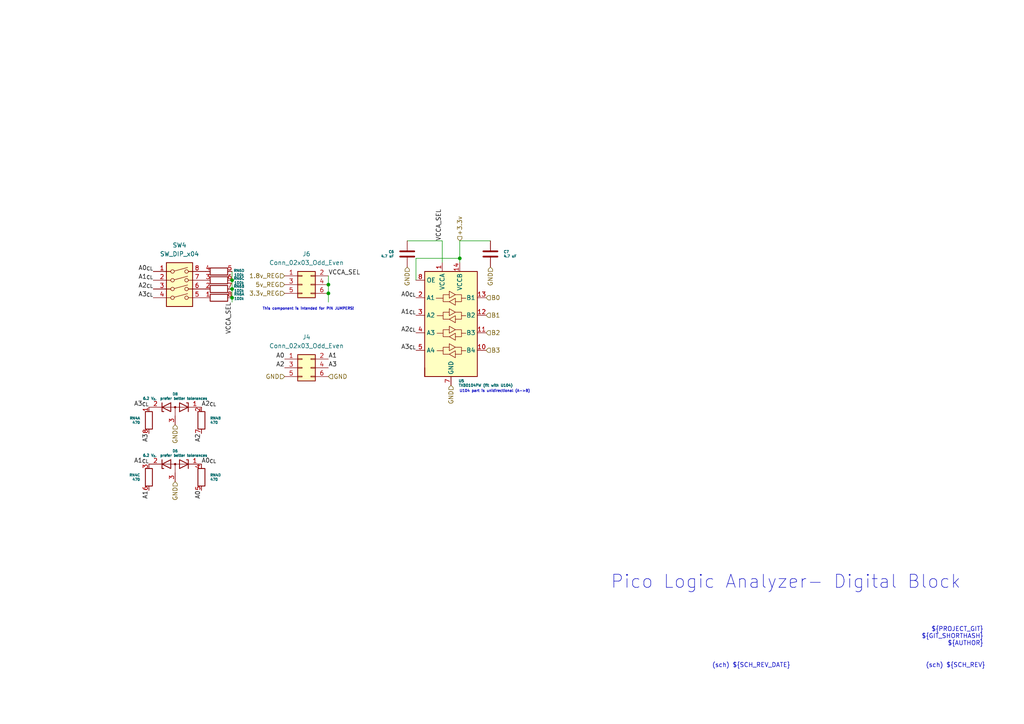
<source format=kicad_sch>
(kicad_sch (version 20250114) (generator "eeschema") (generator_version "9.0")
  (paper "A4")
  (lib_symbols
    (symbol "Connector_Generic:Conn_02x03_Odd_Even" (pin_names (offset 1.016) (hide yes))
      (property "Reference" "J" (at 1.27 5.08 0))
      (property "Value" "Conn_02x03_Odd_Even" (at 1.27 -5.08 0))
      (symbol "Conn_02x03_Odd_Even_1_1"
        (rectangle (start -1.27 3.81) (end 3.81 -3.81) (stroke (width 0.254)) (fill (type background)))
        (rectangle (start -1.27 2.667) (end 0 2.413) (stroke (width 0.1524)))
        (rectangle (start -1.27 0.127) (end 0 -0.127) (stroke (width 0.1524)))
        (rectangle (start -1.27 -2.413) (end 0 -2.667) (stroke (width 0.1524)))
        (rectangle (start 3.81 2.667) (end 2.54 2.413) (stroke (width 0.1524)))
        (rectangle (start 3.81 0.127) (end 2.54 -0.127) (stroke (width 0.1524)))
        (rectangle (start 3.81 -2.413) (end 2.54 -2.667) (stroke (width 0.1524)))
        (pin passive line (at -5.08 2.54 0) (length 3.81) (name "Pin_1") (number "1"))
        (pin passive line (at -5.08 0 0) (length 3.81) (name "Pin_3") (number "3"))
        (pin passive line (at -5.08 -2.54 0) (length 3.81) (name "Pin_5") (number "5"))
        (pin passive line (at 7.62 2.54 180) (length 3.81) (name "Pin_2") (number "2"))
        (pin passive line (at 7.62 0 180) (length 3.81) (name "Pin_4") (number "4"))
        (pin passive line (at 7.62 -2.54 180) (length 3.81) (name "Pin_6") (number "6"))
      )
    )
    (symbol "Device:C" (pin_numbers (hide yes)) (pin_names (offset 0.254))
      (property "Reference" "C" (at 0.635 2.54 0))
      (property "Value" "C" (at 0.635 -2.54 0))
      (symbol "C_0_1"
        (polyline (pts (xy -2.032 0.762) (xy 2.032 0.762)) (stroke (width 0.508)))
        (polyline (pts (xy -2.032 -0.762) (xy 2.032 -0.762)) (stroke (width 0.508)))
      )
      (symbol "C_1_1"
        (pin passive line (at 0 3.81 270) (length 2.794) (name "~") (number "1"))
        (pin passive line (at 0 -3.81 90) (length 2.794) (name "~") (number "2"))
      )
    )
    (symbol "Device:D_Zener_Dual_CommonAnode_KKA" (pin_names (offset 0.762) (hide yes))
      (property "Reference" "D" (at 1.27 -2.54 0))
      (property "Value" "D_Zener_Dual_CommonAnode_KKA" (at 0 2.54 0))
      (symbol "D_Zener_Dual_CommonAnode_KKA_0_1"
        (polyline (pts (xy -3.81 -1.27) (xy -3.81 1.27) (xy -3.302 1.27)) (stroke (width 0.254)))
        (polyline (pts (xy -3.556 0) (xy 3.81 0)))
        (polyline (pts (xy -1.27 -1.27) (xy -3.81 0) (xy -1.27 1.27) (xy -1.27 -1.27) (xy -1.27 -1.27) (xy -1.27 -1.27)) (stroke (width 0.254)))
        (circle (center 0 0) (radius 0.254) (fill (type outline)))
        (polyline (pts (xy 0 0) (xy 0 -2.54)))
        (polyline (pts (xy 1.27 1.27) (xy 3.81 0) (xy 1.27 -1.27) (xy 1.27 1.27) (xy 1.27 1.27) (xy 1.27 1.27)) (stroke (width 0.254)))
        (polyline (pts (xy 3.302 -1.27) (xy 3.81 -1.27) (xy 3.81 1.27)) (stroke (width 0.254)))
        (pin passive line (at -7.62 0 0) (length 3.81) (name "K") (number "1"))
        (pin passive line (at 0 -5.08 90) (length 2.54) (name "A") (number "3"))
        (pin passive line (at 7.62 0 180) (length 3.81) (name "K") (number "2"))
      )
    )
    (symbol "Device:R_Pack04_SIP_Split" (pin_names (offset 0) (hide yes))
      (property "Reference" "RN3" (at 2.54 1.2701 0))
      (property "Value" "R_Pack04_SIP_Split" (at 2.54 -1.2699 0))
      (symbol "R_Pack04_SIP_Split_0_1"
        (rectangle (start 1.016 2.54) (end -1.016 -2.54) (stroke (width 0.254)))
      )
      (symbol "R_Pack04_SIP_Split_1_1"
        (pin passive line (at 0 3.81 270) (length 1.27) (name "R1.2") (number "8"))
        (pin passive line (at 0 -3.81 90) (length 1.27) (name "R1.1") (number "1"))
      )
      (symbol "R_Pack04_SIP_Split_2_1"
        (pin passive line (at 0 3.81 270) (length 1.27) (name "R2.2") (number "7"))
        (pin passive line (at 0 -3.81 90) (length 1.27) (name "R2.1") (number "2"))
      )
      (symbol "R_Pack04_SIP_Split_3_1"
        (pin passive line (at 0 3.81 270) (length 1.27) (name "R3.2") (number "6"))
        (pin passive line (at 0 -3.81 90) (length 1.27) (name "R3.1") (number "3"))
      )
      (symbol "R_Pack04_SIP_Split_4_1"
        (pin passive line (at 0 3.81 270) (length 1.27) (name "R4.2") (number "5"))
        (pin passive line (at 0 -3.81 90) (length 1.27) (name "R4.1") (number "4"))
      )
    )
    (symbol "Logic_LevelTranslator:TXB0104PW"
      (property "Reference" "U" (at -6.35 16.51 0))
      (property "Value" "TXB0104PW" (at 3.81 16.51 0))
      (symbol "TXB0104PW_0_1"
        (rectangle (start -7.62 15.24) (end 7.62 -15.24) (stroke (width 0.254)) (fill (type background)))
        (rectangle (start -7.62 -15.24) (end -7.62 -12.7) (stroke (width 0.254)))
        (polyline (pts (xy -2.286 7.493) (xy -2.286 8.509) (xy -0.508 8.509)))
        (polyline (pts (xy -2.286 2.413) (xy -2.286 3.429) (xy -0.508 3.429)))
        (polyline (pts (xy -2.286 -2.667) (xy -2.286 -1.651) (xy -0.508 -1.651)))
        (polyline (pts (xy -2.286 -7.747) (xy -2.286 -6.731) (xy -0.508 -6.731)))
        (polyline (pts (xy -0.508 6.477) (xy 1.27 7.493) (xy 1.27 5.461) (xy -0.508 6.477)))
        (polyline (pts (xy -0.508 6.477) (xy -2.286 6.477) (xy -2.286 7.493) (xy -4.318 7.493)))
        (polyline (pts (xy -0.508 1.397) (xy -2.286 1.397) (xy -2.286 2.413) (xy -4.064 2.413)))
        (polyline (pts (xy -0.508 1.397) (xy 1.27 2.413) (xy 1.27 0.381) (xy -0.508 1.397)))
        (polyline (pts (xy -0.508 -3.683) (xy -2.286 -3.683) (xy -2.286 -2.667) (xy -4.064 -2.667)))
        (polyline (pts (xy -0.508 -3.683) (xy 1.27 -2.667) (xy 1.27 -4.699) (xy -0.508 -3.683)))
        (polyline (pts (xy -0.508 -8.763) (xy -2.286 -8.763) (xy -2.286 -7.747) (xy -4.064 -7.747)))
        (polyline (pts (xy -0.508 -8.763) (xy 1.27 -7.747) (xy 1.27 -9.779) (xy -0.508 -8.763)))
        (polyline (pts (xy 1.27 8.509) (xy -0.508 7.493) (xy -0.508 9.525) (xy 1.27 8.509)))
        (polyline (pts (xy 1.27 8.509) (xy 3.048 8.509) (xy 3.048 7.493) (xy 4.318 7.493)))
        (polyline (pts (xy 1.27 3.429) (xy 3.048 3.429) (xy 3.048 2.413) (xy 4.318 2.413)))
        (polyline (pts (xy 1.27 3.429) (xy -0.508 2.413) (xy -0.508 4.445) (xy 1.27 3.429)))
        (polyline (pts (xy 1.27 -1.651) (xy -0.508 -2.667) (xy -0.508 -0.635) (xy 1.27 -1.651)))
        (polyline (pts (xy 1.27 -1.651) (xy 3.048 -1.651) (xy 3.048 -2.667) (xy 4.318 -2.667)))
        (polyline (pts (xy 1.27 -6.731) (xy -0.508 -7.747) (xy -0.508 -5.715) (xy 1.27 -6.731)))
        (polyline (pts (xy 1.27 -6.731) (xy 3.048 -6.731) (xy 3.048 -7.747) (xy 4.318 -7.747)))
        (polyline (pts (xy 3.048 7.493) (xy 3.048 6.477) (xy 1.27 6.477)))
        (polyline (pts (xy 3.048 2.413) (xy 3.048 1.397) (xy 1.27 1.397)))
        (polyline (pts (xy 3.048 -2.667) (xy 3.048 -3.683) (xy 1.27 -3.683)))
        (polyline (pts (xy 3.048 -7.747) (xy 3.048 -8.763) (xy 1.27 -8.763)))
      )
      (symbol "TXB0104PW_1_1"
        (pin input line (at -10.16 12.7 0) (length 2.54) (name "OE") (number "8"))
        (pin bidirectional line (at -10.16 7.62 0) (length 2.54) (name "A1") (number "2"))
        (pin bidirectional line (at -10.16 2.54 0) (length 2.54) (name "A2") (number "3"))
        (pin bidirectional line (at -10.16 -2.54 0) (length 2.54) (name "A3") (number "4"))
        (pin bidirectional line (at -10.16 -7.62 0) (length 2.54) (name "A4") (number "5"))
        (pin no_connect line (at -7.62 -12.7 0) (length 2.54) (hide yes) (name "NC") (number "6"))
        (pin power_in line (at -2.54 17.78 270) (length 2.54) (name "VCCA") (number "1"))
        (pin power_in line (at 0 -17.78 90) (length 2.54) (name "GND") (number "7"))
        (pin power_in line (at 2.54 17.78 270) (length 2.54) (name "VCCB") (number "14"))
        (pin no_connect line (at 7.62 -12.7 180) (length 2.54) (hide yes) (name "NC") (number "9"))
        (pin bidirectional line (at 10.16 7.62 180) (length 2.54) (name "B1") (number "13"))
        (pin bidirectional line (at 10.16 2.54 180) (length 2.54) (name "B2") (number "12"))
        (pin bidirectional line (at 10.16 -2.54 180) (length 2.54) (name "B3") (number "11"))
        (pin bidirectional line (at 10.16 -7.62 180) (length 2.54) (name "B4") (number "10"))
      )
    )
    (symbol "R_Pack04_SIP_Split_1" (pin_names (offset 0) (hide yes))
      (property "Reference" "RN3" (at 2.54 1.2701 0))
      (property "Value" "R_Pack04_SIP_Split" (at 2.54 -1.2699 0))
      (symbol "R_Pack04_SIP_Split_1_0_1"
        (rectangle (start 1.016 2.54) (end -1.016 -2.54) (stroke (width 0.254)))
      )
      (symbol "R_Pack04_SIP_Split_1_1_1"
        (pin passive line (at 0 3.81 270) (length 1.27) (name "R1.2") (number "8"))
        (pin passive line (at 0 -3.81 90) (length 1.27) (name "R1.1") (number "1"))
      )
      (symbol "R_Pack04_SIP_Split_1_2_1"
        (pin passive line (at 0 3.81 270) (length 1.27) (name "R2.2") (number "7"))
        (pin passive line (at 0 -3.81 90) (length 1.27) (name "R2.1") (number "2"))
      )
      (symbol "R_Pack04_SIP_Split_1_3_1"
        (pin passive line (at 0 3.81 270) (length 1.27) (name "R3.2") (number "6"))
        (pin passive line (at 0 -3.81 90) (length 1.27) (name "R3.1") (number "3"))
      )
      (symbol "R_Pack04_SIP_Split_1_4_1"
        (pin passive line (at 0 3.81 270) (length 1.27) (name "R4.2") (number "5"))
        (pin passive line (at 0 -3.81 90) (length 1.27) (name "R4.1") (number "4"))
      )
    )
    (symbol "R_Pack04_SIP_Split_2" (pin_names (offset 0) (hide yes))
      (property "Reference" "RN3" (at 2.54 1.2701 0))
      (property "Value" "R_Pack04_SIP_Split" (at 2.54 -1.2699 0))
      (symbol "R_Pack04_SIP_Split_2_0_1"
        (rectangle (start 1.016 2.54) (end -1.016 -2.54) (stroke (width 0.254)))
      )
      (symbol "R_Pack04_SIP_Split_2_1_1"
        (pin passive line (at 0 3.81 270) (length 1.27) (name "R1.2") (number "8"))
        (pin passive line (at 0 -3.81 90) (length 1.27) (name "R1.1") (number "1"))
      )
      (symbol "R_Pack04_SIP_Split_2_2_1"
        (pin passive line (at 0 3.81 270) (length 1.27) (name "R2.2") (number "7"))
        (pin passive line (at 0 -3.81 90) (length 1.27) (name "R2.1") (number "2"))
      )
      (symbol "R_Pack04_SIP_Split_2_3_1"
        (pin passive line (at 0 3.81 270) (length 1.27) (name "R3.2") (number "6"))
        (pin passive line (at 0 -3.81 90) (length 1.27) (name "R3.1") (number "3"))
      )
      (symbol "R_Pack04_SIP_Split_2_4_1"
        (pin passive line (at 0 3.81 270) (length 1.27) (name "R4.2") (number "5"))
        (pin passive line (at 0 -3.81 90) (length 1.27) (name "R4.1") (number "4"))
      )
    )
    (symbol "R_Pack04_SIP_Split_3" (pin_names (offset 0) (hide yes))
      (property "Reference" "RN3" (at 2.54 1.2701 0))
      (property "Value" "R_Pack04_SIP_Split" (at 2.54 -1.2699 0))
      (symbol "R_Pack04_SIP_Split_3_0_1"
        (rectangle (start 1.016 2.54) (end -1.016 -2.54) (stroke (width 0.254)))
      )
      (symbol "R_Pack04_SIP_Split_3_1_1"
        (pin passive line (at 0 3.81 270) (length 1.27) (name "R1.2") (number "8"))
        (pin passive line (at 0 -3.81 90) (length 1.27) (name "R1.1") (number "1"))
      )
      (symbol "R_Pack04_SIP_Split_3_2_1"
        (pin passive line (at 0 3.81 270) (length 1.27) (name "R2.2") (number "7"))
        (pin passive line (at 0 -3.81 90) (length 1.27) (name "R2.1") (number "2"))
      )
      (symbol "R_Pack04_SIP_Split_3_3_1"
        (pin passive line (at 0 3.81 270) (length 1.27) (name "R3.2") (number "6"))
        (pin passive line (at 0 -3.81 90) (length 1.27) (name "R3.1") (number "3"))
      )
      (symbol "R_Pack04_SIP_Split_3_4_1"
        (pin passive line (at 0 3.81 270) (length 1.27) (name "R4.2") (number "5"))
        (pin passive line (at 0 -3.81 90) (length 1.27) (name "R4.1") (number "4"))
      )
    )
    (symbol "R_Pack04_SIP_Split_4" (pin_names (offset 0) (hide yes))
      (property "Reference" "RN4" (at -2.54 -0.6351 0))
      (property "Value" "470" (at -2.54 0.6349 0))
      (symbol "R_Pack04_SIP_Split_4_0_1"
        (rectangle (start 1.016 2.54) (end -1.016 -2.54) (stroke (width 0.254)))
      )
      (symbol "R_Pack04_SIP_Split_4_1_1"
        (pin passive line (at 0 3.81 270) (length 1.27) (name "R1.2") (number "8"))
        (pin passive line (at 0 -3.81 90) (length 1.27) (name "R1.1") (number "1"))
      )
      (symbol "R_Pack04_SIP_Split_4_2_1"
        (pin passive line (at 0 3.81 270) (length 1.27) (name "rR2.2") (number "7"))
        (pin passive line (at 0 -3.81 90) (length 1.27) (name "R2.1") (number "2"))
      )
      (symbol "R_Pack04_SIP_Split_4_3_1"
        (pin passive line (at 0 3.81 270) (length 1.27) (name "R3.2") (number "6"))
        (pin passive line (at 0 -3.81 90) (length 1.27) (name "R3.1") (number "3"))
      )
      (symbol "R_Pack04_SIP_Split_4_4_1"
        (pin passive line (at 0 3.81 270) (length 1.27) (name "R4.2") (number "5"))
        (pin passive line (at 0 -3.81 90) (length 1.27) (name "R4.1") (number "4"))
      )
    )
    (symbol "R_Pack04_SIP_Split_5" (pin_names (offset 0) (hide yes))
      (property "Reference" "RN4" (at -2.54 -0.6351 0))
      (property "Value" "470" (at -2.54 0.6349 0))
      (symbol "R_Pack04_SIP_Split_5_0_1"
        (rectangle (start 1.016 2.54) (end -1.016 -2.54) (stroke (width 0.254)))
      )
      (symbol "R_Pack04_SIP_Split_5_1_1"
        (pin passive line (at 0 3.81 270) (length 1.27) (name "R1.2") (number "8"))
        (pin passive line (at 0 -3.81 90) (length 1.27) (name "R1.1") (number "1"))
      )
      (symbol "R_Pack04_SIP_Split_5_2_1"
        (pin passive line (at 0 3.81 270) (length 1.27) (name "rR2.2") (number "7"))
        (pin passive line (at 0 -3.81 90) (length 1.27) (name "R2.1") (number "2"))
      )
      (symbol "R_Pack04_SIP_Split_5_3_1"
        (pin passive line (at 0 3.81 270) (length 1.27) (name "R3.2") (number "6"))
        (pin passive line (at 0 -3.81 90) (length 1.27) (name "R3.1") (number "3"))
      )
      (symbol "R_Pack04_SIP_Split_5_4_1"
        (pin passive line (at 0 3.81 270) (length 1.27) (name "R4.2") (number "5"))
        (pin passive line (at 0 -3.81 90) (length 1.27) (name "R4.1") (number "4"))
      )
    )
    (symbol "R_Pack04_SIP_Split_6" (pin_names (offset 0) (hide yes))
      (property "Reference" "RN4" (at -2.54 -0.6351 0))
      (property "Value" "470" (at -2.54 0.6349 0))
      (symbol "R_Pack04_SIP_Split_6_0_1"
        (rectangle (start 1.016 2.54) (end -1.016 -2.54) (stroke (width 0.254)))
      )
      (symbol "R_Pack04_SIP_Split_6_1_1"
        (pin passive line (at 0 3.81 270) (length 1.27) (name "R1.2") (number "8"))
        (pin passive line (at 0 -3.81 90) (length 1.27) (name "R1.1") (number "1"))
      )
      (symbol "R_Pack04_SIP_Split_6_2_1"
        (pin passive line (at 0 3.81 270) (length 1.27) (name "rR2.2") (number "7"))
        (pin passive line (at 0 -3.81 90) (length 1.27) (name "R2.1") (number "2"))
      )
      (symbol "R_Pack04_SIP_Split_6_3_1"
        (pin passive line (at 0 3.81 270) (length 1.27) (name "R3.2") (number "6"))
        (pin passive line (at 0 -3.81 90) (length 1.27) (name "R3.1") (number "3"))
      )
      (symbol "R_Pack04_SIP_Split_6_4_1"
        (pin passive line (at 0 3.81 270) (length 1.27) (name "R4.2") (number "5"))
        (pin passive line (at 0 -3.81 90) (length 1.27) (name "R4.1") (number "4"))
      )
    )
    (symbol "R_Pack04_SIP_Split_7" (pin_names (offset 0) (hide yes))
      (property "Reference" "RN4" (at -2.54 -0.6351 0))
      (property "Value" "470" (at -2.54 0.6349 0))
      (symbol "R_Pack04_SIP_Split_7_0_1"
        (rectangle (start 1.016 2.54) (end -1.016 -2.54) (stroke (width 0.254)))
      )
      (symbol "R_Pack04_SIP_Split_7_1_1"
        (pin passive line (at 0 3.81 270) (length 1.27) (name "R1.2") (number "8"))
        (pin passive line (at 0 -3.81 90) (length 1.27) (name "R1.1") (number "1"))
      )
      (symbol "R_Pack04_SIP_Split_7_2_1"
        (pin passive line (at 0 3.81 270) (length 1.27) (name "rR2.2") (number "7"))
        (pin passive line (at 0 -3.81 90) (length 1.27) (name "R2.1") (number "2"))
      )
      (symbol "R_Pack04_SIP_Split_7_3_1"
        (pin passive line (at 0 3.81 270) (length 1.27) (name "R3.2") (number "6"))
        (pin passive line (at 0 -3.81 90) (length 1.27) (name "R3.1") (number "3"))
      )
      (symbol "R_Pack04_SIP_Split_7_4_1"
        (pin passive line (at 0 3.81 270) (length 1.27) (name "R4.2") (number "5"))
        (pin passive line (at 0 -3.81 90) (length 1.27) (name "R4.1") (number "4"))
      )
    )
    (symbol "Switch:SW_DIP_x04" (pin_names (offset 0) (hide yes))
      (property "Reference" "SW" (at 0 8.89 0))
      (property "Value" "SW_DIP_x04" (at 0 -6.35 0))
      (symbol "SW_DIP_x04_0_0"
        (circle (center -2.032 5.08) (radius 0.508))
        (circle (center -2.032 2.54) (radius 0.508))
        (circle (center -2.032 0) (radius 0.508))
        (circle (center -2.032 -2.54) (radius 0.508))
        (polyline (pts (xy -1.524 5.207) (xy 2.3622 6.2484)))
        (polyline (pts (xy -1.524 2.667) (xy 2.3622 3.7084)))
        (polyline (pts (xy -1.524 0.127) (xy 2.3622 1.1684)))
        (polyline (pts (xy -1.524 -2.3876) (xy 2.3622 -1.3462)))
        (circle (center 2.032 5.08) (radius 0.508))
        (circle (center 2.032 2.54) (radius 0.508))
        (circle (center 2.032 0) (radius 0.508))
        (circle (center 2.032 -2.54) (radius 0.508))
      )
      (symbol "SW_DIP_x04_0_1"
        (rectangle (start -3.81 7.62) (end 3.81 -5.08) (stroke (width 0.254)) (fill (type background)))
      )
      (symbol "SW_DIP_x04_1_1"
        (pin passive line (at -7.62 5.08 0) (length 5.08) (name "~") (number "1"))
        (pin passive line (at -7.62 2.54 0) (length 5.08) (name "~") (number "2"))
        (pin passive line (at -7.62 0 0) (length 5.08) (name "~") (number "3"))
        (pin passive line (at -7.62 -2.54 0) (length 5.08) (name "~") (number "4"))
        (pin passive line (at 7.62 5.08 180) (length 5.08) (name "~") (number "8"))
        (pin passive line (at 7.62 2.54 180) (length 5.08) (name "~") (number "7"))
        (pin passive line (at 7.62 0 180) (length 5.08) (name "~") (number "6"))
        (pin passive line (at 7.62 -2.54 180) (length 5.08) (name "~") (number "5"))
      )
    )
  )
  (text "${PROJECTNAME}" (at 186.436 190.246 0) (effects (font (size 1.27 1.27)) (justify left bottom)))
  (text "${PROJECT_GIT}\n${GIT_SHORTHASH}\n${AUTHOR}" (at 285.242 181.864 0) (effects (font (size 1.27 1.27)) (justify right top)))
  (text "(sch) ${SCH_REV}" (at 268.478 193.802 0) (effects (font (size 1.27 1.27)) (justify left bottom)))
  (text "(sch) ${SCH_REV_DATE}" (at 206.502 193.802 0) (effects (font (size 1.27 1.27)) (justify left bottom)))
  (text "This component is intended for PIN JUMPERS!" (at 89.408 89.662 0) (effects (font (size 0.75 0.75))))
  (text "Pico Logic Analyzer- Digital Block" (at 177.038 166.624 0) (effects (font (size 3.81 3.81)) (justify left top)))
  (text "U104 part is unidirectional (A->B)" (at 143.51 113.538 0) (effects (font (size 0.75 0.75))))
  (junction (at 95.25 85.09))
  (junction (at 67.31 81.28))
  (junction (at 133.35 74.93))
  (junction (at 95.25 82.55))
  (junction (at 67.31 83.82))
  (junction (at 67.31 86.36))
  (wire (pts (xy 95.25 85.09) (xy 95.25 87.63)))
  (wire (pts (xy 128.27 69.85) (xy 128.27 76.2)))
  (wire (pts (xy 67.31 81.28) (xy 67.31 83.82)))
  (wire (pts (xy 133.35 69.85) (xy 142.24 69.85)))
  (wire (pts (xy 120.65 74.93) (xy 133.35 74.93)))
  (wire (pts (xy 133.35 69.85) (xy 133.35 74.93)))
  (wire (pts (xy 67.31 86.36) (xy 67.31 87.63)))
  (wire (pts (xy 120.65 81.28) (xy 120.65 74.93)))
  (wire (pts (xy 67.31 78.74) (xy 67.31 81.28)))
  (wire (pts (xy 95.25 80.01) (xy 95.25 82.55)))
  (wire (pts (xy 67.31 83.82) (xy 67.31 86.36)))
  (wire (pts (xy 133.35 74.93) (xy 133.35 76.2)))
  (wire (pts (xy 95.25 82.55) (xy 95.25 85.09)))
  (wire (pts (xy 118.11 69.85) (xy 128.27 69.85)))
  (label "VCCA_SEL" (at 95.25 80.01 0))
  (label "A2" (at 82.55 106.68 180))
  (label "A3" (at 95.25 106.68 0))
  (label "A0_{CL}" (at 120.65 86.36 180))
  (label "A1_{CL}" (at 120.65 91.44 180))
  (label "A2_{CL}" (at 120.65 96.52 180))
  (label "A1_{CL}" (at 43.18 134.62 180))
  (label "VCCA_SEL" (at 67.31 87.63 270))
  (label "A2_{CL}" (at 58.42 118.11 0))
  (label "A1_{CL}" (at 44.45 81.28 180))
  (label "A0" (at 58.42 142.24 270))
  (label "A2_{CL}" (at 44.45 83.82 180))
  (label "A2" (at 58.42 125.73 270))
  (label "A3_{CL}" (at 43.18 118.11 180))
  (label "A3_{CL}" (at 120.65 101.6 180))
  (label "A3" (at 43.18 125.73 270))
  (label "A0" (at 82.55 104.14 180))
  (label "A1" (at 95.25 104.14 0))
  (label "VCCA_SEL" (at 128.27 69.85 90))
  (label "A3_{CL}" (at 44.45 86.36 180))
  (label "A0_{CL}" (at 58.42 134.62 0))
  (label "A1" (at 43.18 142.24 270))
  (label "A0_{CL}" (at 44.45 78.74 180))
  (hierarchical_label "GND" (shape input) (at 95.25 109.22 0))
  (hierarchical_label "B0" (shape input) (at 140.97 86.36 0))
  (hierarchical_label "GND" (shape input) (at 82.55 109.22 180))
  (hierarchical_label "5v_REG" (shape input) (at 82.55 82.55 180))
  (hierarchical_label "B2" (shape input) (at 140.97 96.52 0))
  (hierarchical_label "B3" (shape input) (at 140.97 101.6 0))
  (hierarchical_label "3.3v_REG" (shape input) (at 82.55 85.09 180))
  (hierarchical_label "GND" (shape input) (at 50.8 123.19 270))
  (hierarchical_label "GND" (shape input) (at 142.24 77.47 270))
  (hierarchical_label "B1" (shape input) (at 140.97 91.44 0))
  (hierarchical_label "GND" (shape input) (at 118.11 77.47 270))
  (hierarchical_label "GND" (shape input) (at 50.8 139.7 270))
  (hierarchical_label "GND" (shape input) (at 130.81 111.76 270))
  (hierarchical_label "+3.3v" (shape input) (at 133.35 69.85 90))
  (hierarchical_label "1.8v_REG" (shape input) (at 82.55 80.01 180))
  (symbol (lib_name "R_Pack04_SIP_Split_1") (lib_id "Device:R_Pack04_SIP_Split") (at 63.5 81.28 270) (unit 3)
    (property "Reference" "RN3" (at 69.342 80.772 90) (effects (font (size 0.75 0.75))))
    (property "Value" "100k" (at 69.342 82.042 90) (effects (font (size 0.75 0.75))))
    (property "Footprint" "Resistor_SMD:R_Array_Convex_4x0402" (effects (hide yes)))
    (property "Datasheet" "http://www.vishay.com/docs/31509/csc.pdf" (effects (hide yes)))
    (property "Description" "4 resistor network, parallel topology, SIP package, split" (effects (hide yes)))
    (instances (project "" (path "" (reference "RN6") (unit 3)) (path "" (reference "RN1") (unit 3)) (path "" (reference "RN3") (unit 3))))
  )
  (symbol (lib_id "Connector_Generic:Conn_02x03_Odd_Even") (at 87.63 106.68 0) (unit 1)
    (property "Reference" "J7" (at 88.9 97.79 0))
    (property "Value" "Conn_02x03_Odd_Even" (at 88.9 100.33 0))
    (property "Footprint" "Connector_PinSocket_2.54mm:PinSocket_2x03_P2.54mm_Horizontal" (effects (hide yes)))
    (property "Description" "Generic connector, double row, 02x03, odd/even pin numbering scheme (row 1 odd numbers, row 2 even numbers), script generated (kicad-library-utils/schlib/autogen/connector/)" (effects (hide yes)))
    (instances (project "pico-logic-analyzer" (path "" (reference "J4") (unit 1)) (path "" (reference "J3") (unit 1)) (path "" (reference "J7") (unit 1))))
  )
  (symbol (lib_name "R_Pack04_SIP_Split_3") (lib_id "Device:R_Pack04_SIP_Split") (at 63.5 83.82 270) (unit 2)
    (property "Reference" "RN3" (at 69.342 83.058 90) (effects (font (size 0.75 0.75))))
    (property "Value" "100k" (at 69.342 84.328 90) (effects (font (size 0.75 0.75))))
    (property "Footprint" "Resistor_SMD:R_Array_Convex_4x0402" (effects (hide yes)))
    (property "Datasheet" "http://www.vishay.com/docs/31509/csc.pdf" (effects (hide yes)))
    (property "Description" "4 resistor network, parallel topology, SIP package, split" (effects (hide yes)))
    (instances (project "" (path "" (reference "RN6") (unit 2)) (path "" (reference "RN1") (unit 2)) (path "" (reference "RN3") (unit 2))))
  )
  (symbol (lib_id "Device:C") (at 118.11 73.66 0) (mirror x) (unit 1)
    (property "Reference" "C9" (at 114.3 73.0249 0) (effects (font (size 0.75 0.75)) (justify right)))
    (property "Value" "4.7 uF" (at 114.3 74.2949 0) (effects (font (size 0.75 0.75)) (justify right)))
    (property "Footprint" "Capacitor_SMD:C_0603_1608Metric" (effects (hide yes)))
    (property "Description" "Unpolarized capacitor" (effects (hide yes)))
    (instances (project "pico-logic-analyzer" (path "" (reference "C6") (unit 1)) (path "" (reference "C2") (unit 1)) (path "" (reference "C9") (unit 1))))
  )
  (symbol (lib_id "Device:C") (at 142.24 73.66 180) (unit 1)
    (property "Reference" "C8" (at 146.05 73.0249 0) (effects (font (size 0.75 0.75)) (justify right)))
    (property "Value" "4.7 uF" (at 146.05 74.2949 0) (effects (font (size 0.75 0.75)) (justify right)))
    (property "Footprint" "Capacitor_SMD:C_0603_1608Metric" (effects (hide yes)))
    (property "Description" "Unpolarized capacitor" (effects (hide yes)))
    (instances (project "pico-logic-analyzer" (path "" (reference "C7") (unit 1)) (path "" (reference "C1") (unit 1)) (path "" (reference "C8") (unit 1))))
  )
  (symbol (lib_id "Device:R_Pack04_SIP_Split") (at 63.5 86.36 270) (unit 1)
    (property "Reference" "RN3" (at 69.342 85.344 90) (effects (font (size 0.75 0.75))))
    (property "Value" "100k" (at 69.342 86.614 90) (effects (font (size 0.75 0.75))))
    (property "Footprint" "Resistor_SMD:R_Array_Convex_4x0402" (effects (hide yes)))
    (property "Datasheet" "http://www.vishay.com/docs/31509/csc.pdf" (effects (hide yes)))
    (property "Description" "4 resistor network, parallel topology, SIP package, split" (effects (hide yes)))
    (instances (project "" (path "" (reference "RN6") (unit 1)) (path "" (reference "RN1") (unit 1)) (path "" (reference "RN3") (unit 1))))
  )
  (symbol (lib_name "R_Pack04_SIP_Split_7") (lib_id "Device:R_Pack04_SIP_Split") (at 43.18 121.92 0) (mirror x) (unit 1)
    (property "Reference" "RN5" (at 40.64 121.2849 0) (effects (font (size 0.75 0.75)) (justify right)))
    (property "Value" "470" (at 40.64 122.5549 0) (effects (font (size 0.75 0.75)) (justify right)))
    (property "Footprint" "Resistor_SMD:R_Array_Convex_4x0402" (effects (hide yes)))
    (property "Datasheet" "http://www.vishay.com/docs/31509/csc.pdf" (effects (hide yes)))
    (property "Description" "4 resistor network, parallel topology, SIP package, split" (effects (hide yes)))
    (instances (project "" (path "" (reference "RN4") (unit 1)) (path "" (reference "RN2") (unit 1)) (path "" (reference "RN5") (unit 1))))
  )
  (symbol (lib_id "Logic_LevelTranslator:TXB0104PW") (at 130.81 93.98 0) (unit 1)
    (property "Reference" "U4" (at 133.0041 110.49 0) (effects (font (size 0.75 0.75)) (justify left)))
    (property "Value" "TXB0104PW (fit with U104)" (at 133.0041 111.76 0) (effects (font (size 0.75 0.75)) (justify left)))
    (property "Footprint" "Package_SO:TSSOP-14_4.4x5mm_P0.65mm" (effects (hide yes)))
    (property "Datasheet" "http://www.ti.com/lit/ds/symlink/txb0104.pdf" (effects (hide yes)))
    (property "Description" "4-Bit Bidirectional Voltage-Level Translator, Auto Direction Sensing and ±15-kV ESD Protection, 1.2 - 3.6V APort, 1.65 - 5.5V BPort, TSSOP-14" (effects (hide yes)))
    (instances (project "pico-logic-analyzer" (path "" (reference "U5") (unit 1)) (path "" (reference "U1") (unit 1)) (path "" (reference "U4") (unit 1))))
  )
  (symbol (lib_name "R_Pack04_SIP_Split_6") (lib_id "Device:R_Pack04_SIP_Split") (at 58.42 121.92 180) (unit 2)
    (property "Reference" "RN5" (at 60.96 121.2849 0) (effects (font (size 0.75 0.75)) (justify right)))
    (property "Value" "470" (at 60.96 122.5549 0) (effects (font (size 0.75 0.75)) (justify right)))
    (property "Footprint" "Resistor_SMD:R_Array_Convex_4x0402" (effects (hide yes)))
    (property "Datasheet" "http://www.vishay.com/docs/31509/csc.pdf" (effects (hide yes)))
    (property "Description" "4 resistor network, parallel topology, SIP package, split" (effects (hide yes)))
    (instances (project "" (path "" (reference "RN4") (unit 2)) (path "" (reference "RN2") (unit 2)) (path "" (reference "RN5") (unit 2))))
  )
  (symbol (lib_name "R_Pack04_SIP_Split_5") (lib_id "Device:R_Pack04_SIP_Split") (at 58.42 138.43 180) (unit 4)
    (property "Reference" "RN5" (at 60.96 137.7949 0) (effects (font (size 0.75 0.75)) (justify right)))
    (property "Value" "470" (at 60.96 139.0649 0) (effects (font (size 0.75 0.75)) (justify right)))
    (property "Footprint" "Resistor_SMD:R_Array_Convex_4x0402" (effects (hide yes)))
    (property "Datasheet" "http://www.vishay.com/docs/31509/csc.pdf" (effects (hide yes)))
    (property "Description" "4 resistor network, parallel topology, SIP package, split" (effects (hide yes)))
    (instances (project "" (path "" (reference "RN4") (unit 4)) (path "" (reference "RN2") (unit 4)) (path "" (reference "RN5") (unit 4))))
  )
  (symbol (lib_name "R_Pack04_SIP_Split_2") (lib_id "Device:R_Pack04_SIP_Split") (at 63.5 78.74 270) (unit 4)
    (property "Reference" "RN3" (at 69.342 78.486 90) (effects (font (size 0.75 0.75))))
    (property "Value" "100k" (at 69.342 79.756 90) (effects (font (size 0.75 0.75))))
    (property "Footprint" "Resistor_SMD:R_Array_Convex_4x0402" (effects (hide yes)))
    (property "Datasheet" "http://www.vishay.com/docs/31509/csc.pdf" (effects (hide yes)))
    (property "Description" "4 resistor network, parallel topology, SIP package, split" (effects (hide yes)))
    (instances (project "" (path "" (reference "RN6") (unit 4)) (path "" (reference "RN1") (unit 4)) (path "" (reference "RN3") (unit 4))))
  )
  (symbol (lib_id "Device:D_Zener_Dual_CommonAnode_KKA") (at 50.8 118.11 0) (mirror y) (unit 1)
    (property "Reference" "D5" (at 50.8 114.3 0) (effects (font (size 0.75 0.75))))
    (property "Value" "6.2 V_{z},  prefer better tolerances" (at 50.8 115.57 0) (effects (font (size 0.75 0.75))))
    (property "Footprint" "Package_TO_SOT_SMD:SOT-23" (effects (hide yes)))
    (property "Description" "Dual Zener diode, common anode on pin 3" (effects (hide yes)))
    (instances (project "" (path "" (reference "D8") (unit 1)) (path "" (reference "D1") (unit 1)) (path "" (reference "D5") (unit 1))))
  )
  (symbol (lib_id "Connector_Generic:Conn_02x03_Odd_Even") (at 87.63 82.55 0) (unit 1)
    (property "Reference" "J5" (at 88.9 73.66 0))
    (property "Value" "Conn_02x03_Odd_Even" (at 88.9 76.2 0))
    (property "Footprint" "Connector_PinHeader_2.54mm:PinHeader_2x03_P2.54mm_Vertical" (effects (hide yes)))
    (property "Description" "Generic connector, double row, 02x03, odd/even pin numbering scheme (row 1 odd numbers, row 2 even numbers), script generated (kicad-library-utils/schlib/autogen/connector/)" (effects (hide yes)))
    (instances (project "pico-logic-analyzer" (path "" (reference "J6") (unit 1)) (path "" (reference "J1") (unit 1)) (path "" (reference "J5") (unit 1))))
  )
  (symbol (lib_id "Switch:SW_DIP_x04") (at 52.07 83.82 0) (unit 1)
    (property "Reference" "SW3" (at 52.07 71.12 0))
    (property "Value" "SW_DIP_x04" (at 52.07 73.66 0))
    (property "Footprint" "Button_Switch_THT:SW_DIP_SPSTx04_Slide_9.78x12.34mm_W7.62mm_P2.54mm" (effects (hide yes)))
    (property "Description" "4x DIP Switch, Single Pole Single Throw (SPST) switch, small symbol" (effects (hide yes)))
    (instances (project "pico-logic-analyzer" (path "" (reference "SW4") (unit 1)) (path "" (reference "SW1") (unit 1)) (path "" (reference "SW3") (unit 1))))
  )
  (symbol (lib_name "R_Pack04_SIP_Split_4") (lib_id "Device:R_Pack04_SIP_Split") (at 43.18 138.43 0) (mirror x) (unit 3)
    (property "Reference" "RN5" (at 40.64 137.7949 0) (effects (font (size 0.75 0.75)) (justify right)))
    (property "Value" "470" (at 40.64 139.0649 0) (effects (font (size 0.75 0.75)) (justify right)))
    (property "Footprint" "Resistor_SMD:R_Array_Convex_4x0402" (effects (hide yes)))
    (property "Datasheet" "http://www.vishay.com/docs/31509/csc.pdf" (effects (hide yes)))
    (property "Description" "4 resistor network, parallel topology, SIP package, split" (effects (hide yes)))
    (instances (project "" (path "" (reference "RN4") (unit 3)) (path "" (reference "RN2") (unit 3)) (path "" (reference "RN5") (unit 3))))
  )
  (symbol (lib_id "Device:D_Zener_Dual_CommonAnode_KKA") (at 50.8 134.62 0) (mirror y) (unit 1)
    (property "Reference" "D7" (at 50.8 130.81 0) (effects (font (size 0.75 0.75))))
    (property "Value" "6.2 V_{z},  prefer better tolerances" (at 50.8 132.08 0) (effects (font (size 0.75 0.75))))
    (property "Footprint" "Package_TO_SOT_SMD:SOT-23" (effects (hide yes)))
    (property "Description" "Dual Zener diode, common anode on pin 3" (effects (hide yes)))
    (instances (project "pico-logic-analyzer" (path "" (reference "D6") (unit 1)) (path "" (reference "D2") (unit 1)) (path "" (reference "D7") (unit 1))))
  )
)
</source>
